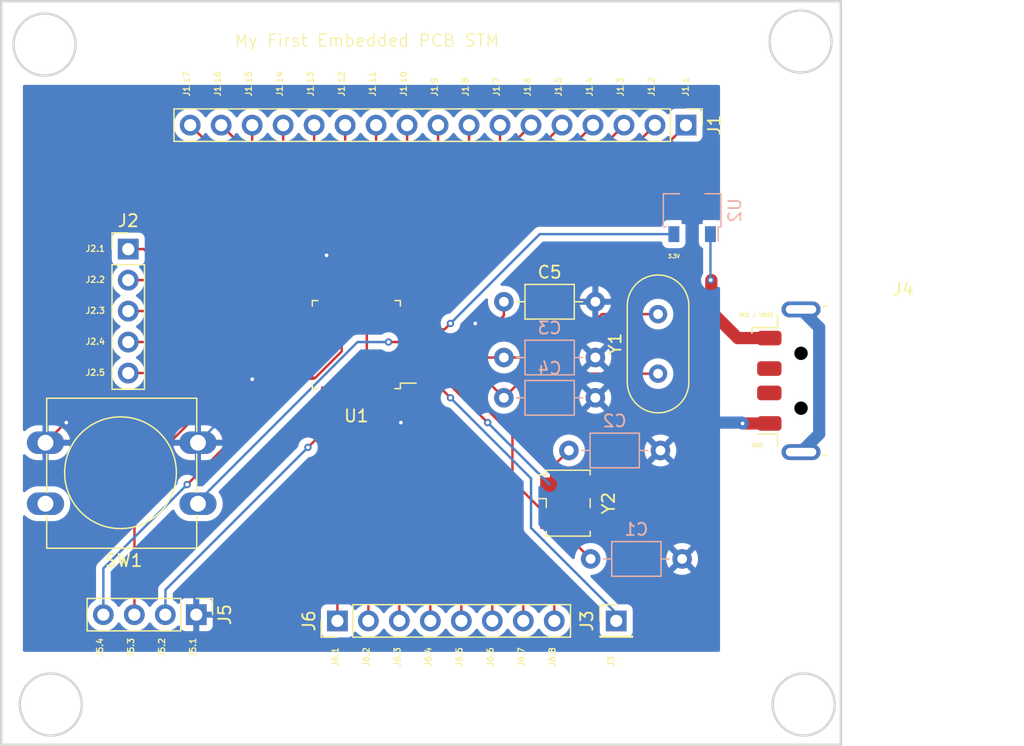
<source format=kicad_pcb>
(kicad_pcb (version 20221018) (generator pcbnew)
  (layers (0 "F.Cu" signal) (31 "B.Cu" signal) (34 "B.Paste" user) (35 "F.Paste" user) (36 "B.SilkS" user "B.Silkscreen") (37 "F.SilkS" user "F.Silkscreen") (38 "B.Mask" user) (39 "F.Mask" user) (44 "Edge.Cuts" user))
  (net 0 "")
  (net 1 "+3V3")
  (net 2 "Net-(J3-Pin_1)")
  (net 3 "Net-(U1-PC14-OSC32_IN)")
  (net 4 "Net-(U1-PC15-OSC32_OUT)")
  (net 5 "Net-(U1-PD0-OSC_IN)")
  (net 6 "Net-(U1-PD1-OSC_OUT)")
  (net 7 "Net-(U1-NRST)")
  (net 8 "GND")
  (net 9 "Net-(J1-Pin_1)")
  (net 10 "Net-(J1-Pin_2)")
  (net 11 "Net-(J1-Pin_3)")
  (net 12 "Net-(J1-Pin_4)")
  (net 13 "Net-(J1-Pin_5)")
  (net 14 "Net-(J1-Pin_6)")
  (net 15 "Net-(J1-Pin_7)")
  (net 16 "Net-(J1-Pin_8)")
  (net 17 "Net-(J2-Pin_5)")
  (net 18 "Net-(J2-Pin_4)")
  (net 19 "Net-(J2-Pin_3)")
  (net 20 "Net-(J2-Pin_2)")
  (net 21 "Net-(J2-Pin_1)")
  (net 22 "Net-(J1-Pin_9)")
  (net 23 "Net-(J1-Pin_10)")
  (net 24 "Net-(J1-Pin_11)")
  (net 25 "Net-(J1-Pin_12)")
  (net 27 "Net-(J4-VBUS)")
  (net 28 "Net-(J6-Pin_1)")
  (net 29 "Net-(J5-Pin_2)")
  (net 30 "Net-(J5-Pin_3)")
  (net 31 "Net-(J6-Pin_2)")
  (net 34 "unconnected-(J4-Shield-Pad5)")
  (net 35 "Net-(J1-Pin_13)")
  (net 36 "Net-(J1-Pin_14)")
  (net 37 "Net-(J1-Pin_15)")
  (net 38 "Net-(J1-Pin_16)")
  (net 39 "Net-(J1-Pin_17)")
  (net 40 "Net-(J6-Pin_3)")
  (net 41 "Net-(J6-Pin_4)")
  (net 42 "Net-(J6-Pin_5)")
  (net 43 "Net-(J6-Pin_6)")
  (net 44 "Net-(J6-Pin_7)")
  (net 45 "Net-(J6-Pin_8)")
  (footprint "Connector_PinHeader_2.54mm:PinHeader_1x01_P2.54mm_Vertical" (layer "F.Cu") (at 167.005 96.52)
    (fp_text reference "J3" (at -2.413 0 -90) (layer "F.SilkS"))
    (fp_text value "Conn_01x01")
    (pad "1" thru_hole rect (at 0 0) (size 1.7 1.7) (drill 1) (layers "*.Cu" "*.Mask") (net 2 "Net-(J3-Pin_1)"))
  )
  (footprint "Connector_PinHeader_2.54mm:PinHeader_1x05_P2.54mm_Vertical" (layer "F.Cu") (at 127 66.045)
    (fp_text reference "J2" (at 0 -2.33) (layer "F.SilkS"))
    (fp_text value "Conn_01x05")
    (pad "1" thru_hole rect (at 0 0) (size 1.7 1.7) (drill 1) (layers "*.Cu" "*.Mask") (net 21 "Net-(J2-Pin_1)"))
    (pad "2" thru_hole oval (at 0 2.54) (size 1.7 1.7) (drill 1) (layers "*.Cu" "*.Mask") (net 20 "Net-(J2-Pin_2)"))
    (pad "3" thru_hole oval (at 0 5.08) (size 1.7 1.7) (drill 1) (layers "*.Cu" "*.Mask") (net 19 "Net-(J2-Pin_3)"))
    (pad "4" thru_hole oval (at 0 7.62) (size 1.7 1.7) (drill 1) (layers "*.Cu" "*.Mask") (net 18 "Net-(J2-Pin_4)"))
    (pad "5" thru_hole oval (at 0 10.16) (size 1.7 1.7) (drill 1) (layers "*.Cu" "*.Mask") (net 17 "Net-(J2-Pin_5)"))
  )
  (footprint "Connector_USB:USB_A_Molex_48037-2200_Horizontal" (layer "F.Cu") (at 190.53 76.835)
    (fp_text reference "J4" (at 0 -7.5) (layer "F.SilkS"))
    (fp_text value "USB_A")
    (pad "" np_thru_hole circle (at -8.375 -2.25) (size 1.1 1.1) (drill 1.1) (layers "*.Mask"))
    (pad "" np_thru_hole circle (at -8.375 2.25) (size 1.1 1.1) (drill 1.1) (layers "*.Mask"))
    (pad "1" smd roundrect (at -10.975 -3.5) (size 2 1.2) (layers "F.Cu" "F.Paste" "F.Mask") (net 27 "Net-(J4-VBUS)"))
    (pad "2" smd roundrect (at -10.975 -1) (size 2 1.2) (layers "F.Cu" "F.Paste" "F.Mask"))
    (pad "3" smd roundrect (at -10.975 1) (size 2 1.2) (layers "F.Cu" "F.Paste" "F.Mask"))
    (pad "4" smd roundrect (at -10.975 3.5) (size 2 1.2) (layers "F.Cu" "F.Paste" "F.Mask") (net 8 "GND"))
    (pad "5" thru_hole oval (at -8.375 -5.85) (size 3.2 1.3) (drill oval 2.5 0.7) (layers "*.Cu" "*.Mask") (net 34 "unconnected-(J4-Shield-Pad5)"))
    (pad "5" thru_hole oval (at -8.375 5.85) (size 3.2 1.3) (drill oval 2.5 0.7) (layers "*.Cu" "*.Mask") (net 34 "unconnected-(J4-Shield-Pad5)"))
  )
  (footprint "Crystal:Crystal_HC49-U_Vertical" (layer "F.Cu") (at 170.434 76.254 90)
    (fp_text reference "Y1" (at 2.44 -3.525 90) (layer "F.SilkS"))
    (fp_text value "8MHz")
    (pad "1" thru_hole circle (at 0 0 90) (size 1.5 1.5) (drill 0.8) (layers "*.Cu" "*.Mask") (net 5 "Net-(U1-PD0-OSC_IN)"))
    (pad "2" thru_hole circle (at 4.88 0 90) (size 1.5 1.5) (drill 0.8) (layers "*.Cu" "*.Mask") (net 6 "Net-(U1-PD1-OSC_OUT)"))
  )
  (footprint "Button_Switch_THT:SW_PUSH-12mm" (layer "F.Cu") (at 132.715 86.915 180)
    (fp_text reference "SW1" (at 6.08 -4.66) (layer "F.SilkS"))
    (fp_text value "SW_Push")
    (pad "1" thru_hole oval (at 0 0 180) (size 3.048 1.85) (drill 1.3) (layers "*.Cu" "*.Mask") (net 7 "Net-(U1-NRST)"))
    (pad "1" thru_hole oval (at 12.5 0 180) (size 3.048 1.85) (drill 1.3) (layers "*.Cu" "*.Mask") (net 7 "Net-(U1-NRST)"))
    (pad "2" thru_hole oval (at 0 5 180) (size 3.048 1.85) (drill 1.3) (layers "*.Cu" "*.Mask") (net 8 "GND"))
    (pad "2" thru_hole oval (at 12.5 5 180) (size 3.048 1.85) (drill 1.3) (layers "*.Cu" "*.Mask") (net 8 "GND"))
  )
  (footprint "Oscillator:Oscillator_SMD_TXC_7C-4Pin_5.0x3.2mm_HandSoldering" (layer "F.Cu") (at 163.068 86.868 -90)
    (fp_text reference "Y2" (at 0 -3.3 90) (layer "F.SilkS"))
    (fp_text value "32.768kHz")
    (pad "1" smd rect (at -1.34 1.4 270) (size 1.54 1.8) (layers "F.Cu" "F.Paste" "F.Mask") (net 3 "Net-(U1-PC14-OSC32_IN)"))
    (pad "2" smd rect (at 1.34 1.4 270) (size 1.54 1.8) (layers "F.Cu" "F.Paste" "F.Mask") (net 4 "Net-(U1-PC15-OSC32_OUT)"))
    (pad "3" smd rect (at 1.34 -1.4 270) (size 1.54 1.8) (layers "F.Cu" "F.Paste" "F.Mask"))
    (pad "4" smd rect (at -1.34 -1.4 270) (size 1.54 1.8) (layers "F.Cu" "F.Paste" "F.Mask"))
  )
  (footprint "Capacitor_THT:C_Axial_L3.8mm_D2.6mm_P7.50mm_Horizontal" (layer "F.Cu") (at 157.794 70.358)
    (fp_text reference "C5" (at 3.75 -2.42) (layer "F.SilkS"))
    (fp_text value "C")
    (pad "1" thru_hole circle (at 0 0) (size 1.6 1.6) (drill 0.8) (layers "*.Cu" "*.Mask") (net 7 "Net-(U1-NRST)"))
    (pad "2" thru_hole oval (at 7.5 0) (size 1.6 1.6) (drill 0.8) (layers "*.Cu" "*.Mask") (net 8 "GND"))
  )
  (footprint "Package_QFP:LQFP-48_7x7mm_P0.5mm" (layer "F.Cu") (at 145.6975 73.87 180)
    (fp_text reference "U1" (at 0 -5.85) (layer "F.SilkS"))
    (fp_text value "STM32F103C8Tx")
    (pad "1" smd roundrect (at -4.1625 -2.75 180) (size 1.475 0.3) (layers "F.Cu" "F.Paste" "F.Mask") (net 1 "+3V3"))
    (pad "2" smd roundrect (at -4.1625 -2.25 180) (size 1.475 0.3) (layers "F.Cu" "F.Paste" "F.Mask") (net 2 "Net-(J3-Pin_1)"))
    (pad "3" smd roundrect (at -4.1625 -1.75 180) (size 1.475 0.3) (layers "F.Cu" "F.Paste" "F.Mask") (net 3 "Net-(U1-PC14-OSC32_IN)"))
    (pad "4" smd roundrect (at -4.1625 -1.25 180) (size 1.475 0.3) (layers "F.Cu" "F.Paste" "F.Mask") (net 4 "Net-(U1-PC15-OSC32_OUT)"))
    (pad "5" smd roundrect (at -4.1625 -0.75 180) (size 1.475 0.3) (layers "F.Cu" "F.Paste" "F.Mask") (net 5 "Net-(U1-PD0-OSC_IN)"))
    (pad "6" smd roundrect (at -4.1625 -0.25 180) (size 1.475 0.3) (layers "F.Cu" "F.Paste" "F.Mask") (net 6 "Net-(U1-PD1-OSC_OUT)"))
    (pad "7" smd roundrect (at -4.1625 0.25 180) (size 1.475 0.3) (layers "F.Cu" "F.Paste" "F.Mask") (net 7 "Net-(U1-NRST)"))
    (pad "8" smd roundrect (at -4.1625 0.75 180) (size 1.475 0.3) (layers "F.Cu" "F.Paste" "F.Mask") (net 8 "GND"))
    (pad "9" smd roundrect (at -4.1625 1.25 180) (size 1.475 0.3) (layers "F.Cu" "F.Paste" "F.Mask") (net 1 "+3V3"))
    (pad "10" smd roundrect (at -4.1625 1.75 180) (size 1.475 0.3) (layers "F.Cu" "F.Paste" "F.Mask") (net 9 "Net-(J1-Pin_1)"))
    (pad "11" smd roundrect (at -4.1625 2.25 180) (size 1.475 0.3) (layers "F.Cu" "F.Paste" "F.Mask") (net 10 "Net-(J1-Pin_2)"))
    (pad "12" smd roundrect (at -4.1625 2.75 180) (size 1.475 0.3) (layers "F.Cu" "F.Paste" "F.Mask") (net 11 "Net-(J1-Pin_3)"))
    (pad "13" smd roundrect (at -2.75 4.1625 180) (size 0.3 1.475) (layers "F.Cu" "F.Paste" "F.Mask") (net 12 "Net-(J1-Pin_4)"))
    (pad "14" smd roundrect (at -2.25 4.1625 180) (size 0.3 1.475) (layers "F.Cu" "F.Paste" "F.Mask") (net 13 "Net-(J1-Pin_5)"))
    (pad "15" smd roundrect (at -1.75 4.1625 180) (size 0.3 1.475) (layers "F.Cu" "F.Paste" "F.Mask") (net 14 "Net-(J1-Pin_6)"))
    (pad "16" smd roundrect (at -1.25 4.1625 180) (size 0.3 1.475) (layers "F.Cu" "F.Paste" "F.Mask") (net 15 "Net-(J1-Pin_7)"))
    (pad "17" smd roundrect (at -0.75 4.1625 180) (size 0.3 1.475) (layers "F.Cu" "F.Paste" "F.Mask") (net 16 "Net-(J1-Pin_8)"))
    (pad "18" smd roundrect (at -0.25 4.1625 180) (size 0.3 1.475) (layers "F.Cu" "F.Paste" "F.Mask") (net 22 "Net-(J1-Pin_9)"))
    (pad "19" smd roundrect (at 0.25 4.1625 180) (size 0.3 1.475) (layers "F.Cu" "F.Paste" "F.Mask") (net 23 "Net-(J1-Pin_10)"))
    (pad "20" smd roundrect (at 0.75 4.1625 180) (size 0.3 1.475) (layers "F.Cu" "F.Paste" "F.Mask") (net 24 "Net-(J1-Pin_11)"))
    (pad "21" smd roundrect (at 1.25 4.1625 180) (size 0.3 1.475) (layers "F.Cu" "F.Paste" "F.Mask") (net 25 "Net-(J1-Pin_12)"))
    (pad "22" smd roundrect (at 1.75 4.1625 180) (size 0.3 1.475) (layers "F.Cu" "F.Paste" "F.Mask") (net 35 "Net-(J1-Pin_13)"))
    (pad "23" smd roundrect (at 2.25 4.1625 180) (size 0.3 1.475) (layers "F.Cu" "F.Paste" "F.Mask") (net 8 "GND"))
    (pad "24" smd roundrect (at 2.75 4.1625 180) (size 0.3 1.475) (layers "F.Cu" "F.Paste" "F.Mask") (net 1 "+3V3"))
    (pad "25" smd roundrect (at 4.1625 2.75 180) (size 1.475 0.3) (layers "F.Cu" "F.Paste" "F.Mask") (net 36 "Net-(J1-Pin_14)"))
    (pad "26" smd roundrect (at 4.1625 2.25 180) (size 1.475 0.3) (layers "F.Cu" "F.Paste" "F.Mask") (net 37 "Net-(J1-Pin_15)"))
    (pad "27" smd roundrect (at 4.1625 1.75 180) (size 1.475 0.3) (layers "F.Cu" "F.Paste" "F.Mask") (net 38 "Net-(J1-Pin_16)"))
    (pad "28" smd roundrect (at 4.1625 1.25 180) (size 1.475 0.3) (layers "F.Cu" "F.Paste" "F.Mask") (net 39 "Net-(J1-Pin_17)"))
    (pad "29" smd roundrect (at 4.1625 0.75 180) (size 1.475 0.3) (layers "F.Cu" "F.Paste" "F.Mask") (net 21 "Net-(J2-Pin_1)"))
    (pad "30" smd roundrect (at 4.1625 0.25 180) (size 1.475 0.3) (layers "F.Cu" "F.Paste" "F.Mask") (net 20 "Net-(J2-Pin_2)"))
    (pad "31" smd roundrect (at 4.1625 -0.25 180) (size 1.475 0.3) (layers "F.Cu" "F.Paste" "F.Mask") (net 19 "Net-(J2-Pin_3)"))
    (pad "32" smd roundrect (at 4.1625 -0.75 180) (size 1.475 0.3) (layers "F.Cu" "F.Paste" "F.Mask") (net 18 "Net-(J2-Pin_4)"))
    (pad "33" smd roundrect (at 4.1625 -1.25 180) (size 1.475 0.3) (layers "F.Cu" "F.Paste" "F.Mask") (net 17 "Net-(J2-Pin_5)"))
    (pad "34" smd roundrect (at 4.1625 -1.75 180) (size 1.475 0.3) (layers "F.Cu" "F.Paste" "F.Mask") (net 29 "Net-(J5-Pin_2)"))
    (pad "35" smd roundrect (at 4.1625 -2.25 180) (size 1.475 0.3) (layers "F.Cu" "F.Paste" "F.Mask") (net 8 "GND"))
    (pad "36" smd roundrect (at 4.1625 -2.75 180) (size 1.475 0.3) (layers "F.Cu" "F.Paste" "F.Mask") (net 1 "+3V3"))
    (pad "37" smd roundrect (at 2.75 -4.1625 180) (size 0.3 1.475) (layers "F.Cu" "F.Paste" "F.Mask") (net 30 "Net-(J5-Pin_3)"))
    (pad "38" smd roundrect (at 2.25 -4.1625 180) (size 0.3 1.475) (layers "F.Cu" "F.Paste" "F.Mask") (net 28 "Net-(J6-Pin_1)"))
    (pad "39" smd roundrect (at 1.75 -4.1625 180) (size 0.3 1.475) (layers "F.Cu" "F.Paste" "F.Mask") (net 31 "Net-(J6-Pin_2)"))
    (pad "40" smd roundrect (at 1.25 -4.1625 180) (size 0.3 1.475) (layers "F.Cu" "F.Paste" "F.Mask") (net 40 "Net-(J6-Pin_3)"))
    (pad "41" smd roundrect (at 0.75 -4.1625 180) (size 0.3 1.475) (layers "F.Cu" "F.Paste" "F.Mask") (net 41 "Net-(J6-Pin_4)"))
    (pad "42" smd roundrect (at 0.25 -4.1625 180) (size 0.3 1.475) (layers "F.Cu" "F.Paste" "F.Mask") (net 42 "Net-(J6-Pin_5)"))
    (pad "43" smd roundrect (at -0.25 -4.1625 180) (size 0.3 1.475) (layers "F.Cu" "F.Paste" "F.Mask") (net 43 "Net-(J6-Pin_6)"))
    (pad "44" smd roundrect (at -0.75 -4.1625 180) (size 0.3 1.475) (layers "F.Cu" "F.Paste" "F.Mask"))
    (pad "45" smd roundrect (at -1.25 -4.1625 180) (size 0.3 1.475) (layers "F.Cu" "F.Paste" "F.Mask") (net 44 "Net-(J6-Pin_7)"))
    (pad "46" smd roundrect (at -1.75 -4.1625 180) (size 0.3 1.475) (layers "F.Cu" "F.Paste" "F.Mask") (net 45 "Net-(J6-Pin_8)"))
    (pad "47" smd roundrect (at -2.25 -4.1625 180) (size 0.3 1.475) (layers "F.Cu" "F.Paste" "F.Mask") (net 8 "GND"))
    (pad "48" smd roundrect (at -2.75 -4.1625 180) (size 0.3 1.475) (layers "F.Cu" "F.Paste" "F.Mask") (net 1 "+3V3"))
  )
  (footprint "Connector_PinHeader_2.54mm:PinHeader_1x08_P2.54mm_Vertical" (layer "F.Cu") (at 144.145 96.52 90)
    (fp_text reference "J6" (at 0 -2.33 90) (layer "F.SilkS"))
    (fp_text value "Conn_01x08")
    (pad "1" thru_hole rect (at 0 0 90) (size 1.7 1.7) (drill 1) (layers "*.Cu" "*.Mask") (net 28 "Net-(J6-Pin_1)"))
    (pad "2" thru_hole oval (at 0 2.54 90) (size 1.7 1.7) (drill 1) (layers "*.Cu" "*.Mask") (net 31 "Net-(J6-Pin_2)"))
    (pad "3" thru_hole oval (at 0 5.08 90) (size 1.7 1.7) (drill 1) (layers "*.Cu" "*.Mask") (net 40 "Net-(J6-Pin_3)"))
    (pad "4" thru_hole oval (at 0 7.62 90) (size 1.7 1.7) (drill 1) (layers "*.Cu" "*.Mask") (net 41 "Net-(J6-Pin_4)"))
    (pad "5" thru_hole oval (at 0 10.16 90) (size 1.7 1.7) (drill 1) (layers "*.Cu" "*.Mask") (net 42 "Net-(J6-Pin_5)"))
    (pad "6" thru_hole oval (at 0 12.7 90) (size 1.7 1.7) (drill 1) (layers "*.Cu" "*.Mask") (net 43 "Net-(J6-Pin_6)"))
    (pad "7" thru_hole oval (at 0 15.24 90) (size 1.7 1.7) (drill 1) (layers "*.Cu" "*.Mask") (net 44 "Net-(J6-Pin_7)"))
    (pad "8" thru_hole oval (at 0 17.78 90) (size 1.7 1.7) (drill 1) (layers "*.Cu" "*.Mask") (net 45 "Net-(J6-Pin_8)"))
  )
  (footprint "Connector_PinHeader_2.54mm:PinHeader_1x04_P2.54mm_Vertical" (layer "F.Cu") (at 132.578 96.012 -90)
    (fp_text reference "J5" (at 0 -2.33 90) (layer "F.SilkS"))
    (fp_text value "Conn_01x04")
    (pad "1" thru_hole rect (at 0 0 270) (size 1.7 1.7) (drill 1) (layers "*.Cu" "*.Mask") (net 8 "GND"))
    (pad "2" thru_hole oval (at 0 2.54 270) (size 1.7 1.7) (drill 1) (layers "*.Cu" "*.Mask") (net 29 "Net-(J5-Pin_2)"))
    (pad "3" thru_hole oval (at 0 5.08 270) (size 1.7 1.7) (drill 1) (layers "*.Cu" "*.Mask") (net 30 "Net-(J5-Pin_3)"))
    (pad "4" thru_hole oval (at 0 7.62 270) (size 1.7 1.7) (drill 1) (layers "*.Cu" "*.Mask") (net 1 "+3V3"))
  )
  (footprint "Connector_PinHeader_2.54mm:PinHeader_1x17_P2.54mm_Vertical" (layer "F.Cu") (at 172.72 55.88 -90)
    (fp_text reference "J1" (at 0 -2.33 90) (layer "F.SilkS"))
    (fp_text value "Conn_01x17")
    (pad "1" thru_hole rect (at 0 0 270) (size 1.7 1.7) (drill 1) (layers "*.Cu" "*.Mask") (net 9 "Net-(J1-Pin_1)"))
    (pad "2" thru_hole oval (at 0 2.54 270) (size 1.7 1.7) (drill 1) (layers "*.Cu" "*.Mask") (net 10 "Net-(J1-Pin_2)"))
    (pad "3" thru_hole oval (at 0 5.08 270) (size 1.7 1.7) (drill 1) (layers "*.Cu" "*.Mask") (net 11 "Net-(J1-Pin_3)"))
    (pad "4" thru_hole oval (at 0 7.62 270) (size 1.7 1.7) (drill 1) (layers "*.Cu" "*.Mask") (net 12 "Net-(J1-Pin_4)"))
    (pad "5" thru_hole oval (at 0 10.16 270) (size 1.7 1.7) (drill 1) (layers "*.Cu" "*.Mask") (net 13 "Net-(J1-Pin_5)"))
    (pad "6" thru_hole oval (at 0 12.7 270) (size 1.7 1.7) (drill 1) (layers "*.Cu" "*.Mask") (net 14 "Net-(J1-Pin_6)"))
    (pad "7" thru_hole oval (at 0 15.24 270) (size 1.7 1.7) (drill 1) (layers "*.Cu" "*.Mask") (net 15 "Net-(J1-Pin_7)"))
    (pad "8" thru_hole oval (at 0 17.78 270) (size 1.7 1.7) (drill 1) (layers "*.Cu" "*.Mask") (net 16 "Net-(J1-Pin_8)"))
    (pad "9" thru_hole oval (at 0 20.32 270) (size 1.7 1.7) (drill 1) (layers "*.Cu" "*.Mask") (net 22 "Net-(J1-Pin_9)"))
    (pad "10" thru_hole oval (at 0 22.86 270) (size 1.7 1.7) (drill 1) (layers "*.Cu" "*.Mask") (net 23 "Net-(J1-Pin_10)"))
    (pad "11" thru_hole oval (at 0 25.4 270) (size 1.7 1.7) (drill 1) (layers "*.Cu" "*.Mask") (net 24 "Net-(J1-Pin_11)"))
    (pad "12" thru_hole oval (at 0 27.94 270) (size 1.7 1.7) (drill 1) (layers "*.Cu" "*.Mask") (net 25 "Net-(J1-Pin_12)"))
    (pad "13" thru_hole oval (at 0 30.48 270) (size 1.7 1.7) (drill 1) (layers "*.Cu" "*.Mask") (net 35 "Net-(J1-Pin_13)"))
    (pad "14" thru_hole oval (at 0 33.02 270) (size 1.7 1.7) (drill 1) (layers "*.Cu" "*.Mask") (net 36 "Net-(J1-Pin_14)"))
    (pad "15" thru_hole oval (at 0 35.56 270) (size 1.7 1.7) (drill 1) (layers "*.Cu" "*.Mask") (net 37 "Net-(J1-Pin_15)"))
    (pad "16" thru_hole oval (at 0 38.1 270) (size 1.7 1.7) (drill 1) (layers "*.Cu" "*.Mask") (net 38 "Net-(J1-Pin_16)"))
    (pad "17" thru_hole oval (at 0 40.64 270) (size 1.7 1.7) (drill 1) (layers "*.Cu" "*.Mask") (net 39 "Net-(J1-Pin_17)"))
  )
  (footprint "Capacitor_THT:C_Axial_L3.8mm_D2.6mm_P7.50mm_Horizontal" (layer "B.Cu") (at 165.294 74.93 180)
    (fp_text reference "C3" (at 3.75 2.42) (layer "B.SilkS") (effects (justify mirror)))
    (fp_text value "C")
    (pad "1" thru_hole circle (at 0 0 180) (size 1.6 1.6) (drill 0.8) (layers "*.Cu" "*.Mask") (net 8 "GND"))
    (pad "2" thru_hole oval (at 7.5 0 180) (size 1.6 1.6) (drill 0.8) (layers "*.Cu" "*.Mask") (net 6 "Net-(U1-PD1-OSC_OUT)"))
  )
  (footprint "Capacitor_THT:C_Axial_L3.8mm_D2.6mm_P7.50mm_Horizontal" (layer "B.Cu") (at 170.628 82.55 180)
    (fp_text reference "C2" (at 3.75 2.42) (layer "B.SilkS") (effects (justify mirror)))
    (fp_text value "C")
    (pad "1" thru_hole circle (at 0 0 180) (size 1.6 1.6) (drill 0.8) (layers "*.Cu" "*.Mask") (net 8 "GND"))
    (pad "2" thru_hole oval (at 7.5 0 180) (size 1.6 1.6) (drill 0.8) (layers "*.Cu" "*.Mask") (net 3 "Net-(U1-PC14-OSC32_IN)"))
  )
  (footprint "Capacitor_THT:C_Axial_L3.8mm_D2.6mm_P7.50mm_Horizontal" (layer "B.Cu") (at 165.294 78.232 180)
    (fp_text reference "C4" (at 3.75 2.42) (layer "B.SilkS") (effects (justify mirror)))
    (fp_text value "C")
    (pad "1" thru_hole circle (at 0 0 180) (size 1.6 1.6) (drill 0.8) (layers "*.Cu" "*.Mask") (net 8 "GND"))
    (pad "2" thru_hole oval (at 7.5 0 180) (size 1.6 1.6) (drill 0.8) (layers "*.Cu" "*.Mask") (net 5 "Net-(U1-PD0-OSC_IN)"))
  )
  (footprint "Capacitor_THT:C_Axial_L3.8mm_D2.6mm_P7.50mm_Horizontal" (layer "B.Cu") (at 172.406 91.44 180)
    (fp_text reference "C1" (at 3.75 2.42) (layer "B.SilkS") (effects (justify mirror)))
    (fp_text value "C")
    (pad "1" thru_hole circle (at 0 0 180) (size 1.6 1.6) (drill 0.8) (layers "*.Cu" "*.Mask") (net 8 "GND"))
    (pad "2" thru_hole oval (at 7.5 0 180) (size 1.6 1.6) (drill 0.8) (layers "*.Cu" "*.Mask") (net 4 "Net-(U1-PC15-OSC32_OUT)"))
  )
  (footprint "Package_TO_SOT_SMD:SOT-89-3" (layer "B.Cu") (at 173.228 62.865 90)
    (fp_text reference "U2" (at 0 3.5 90) (layer "B.SilkS") (effects (justify mirror)))
    (fp_text value "AP2204R-3.3")
    (pad "1" smd rect (at -1.95 1.5 90) (size 1.3 0.9) (layers "B.Cu" "B.Paste" "B.Mask") (net 27 "Net-(J4-VBUS)"))
    (pad "2" smd custom (at -1.8625 0 90) (size 1.475 0.9) (layers "B.Cu" "B.Paste" "B.Mask") (net 8 "GND") (options (clearance outline) (anchor rect)) (primitives (gr_poly (pts (xy 3.8625 -0.8665) (xy 0.7375 -0.8665) (xy 0.7375 0.8665) (xy 3.8625 0.8665)) (width 0) (fill yes))))
    (pad "3" smd rect (at -1.95 -1.5 90) (size 1.3 0.9) (layers "B.Cu" "B.Paste" "B.Mask") (net 1 "+3V3"))
  )
  (gr_circle (center 120.65 103.378) (end 123.19 103.378) (stroke (width 0.2)) (fill none) (layer "Edge.Cuts"))
  (gr_circle (center 182.372 103.378) (end 184.912 103.378) (stroke (width 0.2)) (fill none) (layer "Edge.Cuts"))
  (gr_circle (center 120.142 49.276) (end 122.682 49.276) (stroke (width 0.2)) (fill none) (layer "Edge.Cuts"))
  (gr_rect (start 116.586 45.72) (end 185.42 106.68) (stroke (width 0.2)) (fill none) (layer "Edge.Cuts"))
  (gr_circle (center 182.118 49.022) (end 184.658 49.022) (stroke (width 0.2)) (fill none) (layer "Edge.Cuts"))
  (gr_text "J2.1" (at 123.444 66.294) (layer "F.SilkS") (effects (font (size 0.5 0.5) (thickness 0.1)) (justify left bottom)))
  (gr_text "J2.4" (at 123.444 73.914) (layer "F.SilkS") (effects (font (size 0.5 0.5) (thickness 0.1)) (justify left bottom)))
  (gr_text "J6.2" (at 146.812 100.33 90) (layer "F.SilkS") (effects (font (size 0.5 0.5) (thickness 0.1)) (justify left bottom)))
  (gr_text "J1.7" (at 157.48 53.594 90) (layer "F.SilkS") (effects (font (size 0.5 0.5) (thickness 0.1)) (justify left bottom)))
  (gr_text "My First Embedded PCB STM\n" (at 135.636 49.53) (layer "F.SilkS") (effects (font (size 1 1) (thickness 0.1)) (justify left bottom)))
  (gr_text "J5.2" (at 130.048 99.568 90) (layer "F.SilkS") (effects (font (size 0.5 0.5) (thickness 0.1)) (justify left bottom)))
  (gr_text "J1.13" (at 142.24 53.594 90) (layer "F.SilkS") (effects (font (size 0.5 0.5) (thickness 0.1)) (justify left bottom)))
  (gr_text "J3" (at 166.878 100.33 90) (layer "F.SilkS") (effects (font (size 0.5 0.5) (thickness 0.1)) (justify left bottom)))
  (gr_text "J1.14" (at 139.7 53.594 90) (layer "F.SilkS") (effects (font (size 0.5 0.5) (thickness 0.1)) (justify left bottom)))
  (gr_text "J5.3" (at 127.508 99.568 90) (layer "F.SilkS") (effects (font (size 0.5 0.5) (thickness 0.1)) (justify left bottom)))
  (gr_text "J1.3" (at 167.64 53.594 90) (layer "F.SilkS") (effects (font (size 0.5 0.5) (thickness 0.1)) (justify left bottom)))
  (gr_text "J1.12" (at 144.78 53.594 90) (layer "F.SilkS") (effects (font (size 0.5 0.5) (thickness 0.1)) (justify left bottom)))
  (gr_text "J1.6" (at 160.02 53.594 90) (layer "F.SilkS") (effects (font (size 0.5 0.5) (thickness 0.1)) (justify left bottom)))
  (gr_text "J1.17" (at 132.08 53.594 90) (layer "F.SilkS") (effects (font (size 0.5 0.5) (thickness 0.1)) (justify left bottom)))
  (gr_text "J6.6" (at 156.972 100.33 90) (layer "F.SilkS") (effects (font (size 0.5 0.5) (thickness 0.1)) (justify left bottom)))
  (gr_text "J1.10" (at 149.86 53.594 90) (layer "F.SilkS") (effects (font (size 0.5 0.5) (thickness 0.1)) (justify left bottom)))
  (gr_text "J6.7" (at 159.512 100.33 90) (layer "F.SilkS") (effects (font (size 0.5 0.5) (thickness 0.1)) (justify left bottom)))
  (gr_text "J2.2" (at 123.444 68.834) (layer "F.SilkS") (effects (font (size 0.5 0.5) (thickness 0.1)) (justify left bottom)))
  (gr_text "J1.9" (at 152.4 53.594 90) (layer "F.SilkS") (effects (font (size 0.5 0.5) (thickness 0.1)) (justify left bottom)))
  (gr_text "J1.15" (at 137.16 53.594 90) (layer "F.SilkS") (effects (font (size 0.5 0.5) (thickness 0.1)) (justify left bottom)))
  (gr_text "J1.4" (at 165.1 53.594 90) (layer "F.SilkS") (effects (font (size 0.5 0.5) (thickness 0.1)) (justify left bottom)))
  (gr_text "J5.4" (at 124.968 99.568 90) (layer "F.SilkS") (effects (font (size 0.5 0.5) (thickness 0.1)) (justify left bottom)))
  (gr_text "J6.5" (at 154.432 100.33 90) (layer "F.SilkS") (effects (font (size 0.5 0.5) (thickness 0.1)) (justify left bottom)))
  (gr_text "J6.1" (at 144.272 100.33 90) (layer "F.SilkS") (effects (font (size 0.5 0.5) (thickness 0.1)) (justify left bottom)))
  (gr_text "J1.16" (at 134.62 53.594 90) (layer "F.SilkS") (effects (font (size 0.5 0.5) (thickness 0.1)) (justify left bottom)))
  (gr_text "J5.1" (at 132.588 99.568 90) (layer "F.SilkS") (effects (font (size 0.5 0.5) (thickness 0.1)) (justify left bottom)))
  (gr_text "J2.5" (at 123.444 76.454) (layer "F.SilkS") (effects (font (size 0.5 0.5) (thickness 0.1)) (justify left bottom)))
  (gr_text "J6.8" (at 162.052 100.33 90) (layer "F.SilkS") (effects (font (size 0.5 0.5) (thickness 0.1)) (justify left bottom)))
  (gr_text "J1.2" (at 170.18 53.594 90) (layer "F.SilkS") (effects (font (size 0.5 0.5) (thickness 0.1)) (justify left bottom)))
  (gr_text "J6.3" (at 149.352 100.33 90) (layer "F.SilkS") (effects (font (size 0.5 0.5) (thickness 0.1)) (justify left bottom)))
  (gr_text "J1.1" (at 172.974 53.594 90) (layer "F.SilkS") (effects (font (size 0.5 0.5) (thickness 0.1)) (justify left bottom)))
  (gr_text "3.3V" (at 171.196 66.802) (layer "F.SilkS") (effects (font (size 0.3 0.3) (thickness 0.075)) (justify left bottom)))
  (gr_text "J1.8" (at 154.94 53.594 90) (layer "F.SilkS") (effects (font (size 0.5 0.5) (thickness 0.1)) (justify left bottom)))
  (gr_text "GND" (at 178.054 82.296) (layer "F.SilkS") (effects (font (size 0.3 0.3) (thickness 0.075)) (justify left bottom)))
  (gr_text "VCC / VBUS" (at 177.038 71.628) (layer "F.SilkS") (effects (font (size 0.3 0.3) (thickness 0.075)) (justify left bottom)))
  (gr_text "J2.3" (at 123.444 71.374) (layer "F.SilkS") (effects (font (size 0.5 0.5) (thickness 0.1)) (justify left bottom)))
  (gr_text "J6.4" (at 151.892 100.33 90) (layer "F.SilkS") (effects (font (size 0.5 0.5) (thickness 0.1)) (justify left bottom)))
  (gr_text "J1.11" (at 147.32 53.594 90) (layer "F.SilkS") (effects (font (size 0.5 0.5) (thickness 0.1)) (justify left bottom)))
  (gr_text "J1.5" (at 162.56 53.594 90) (layer "F.SilkS") (effects (font (size 0.5 0.5) (thickness 0.1)) (justify left bottom)))
  (segment (start 144.502 72.62) (end 142.9475 71.0655) (width 0.2) (layer "F.Cu") (net 1))
  (segment (start 149.86 72.62) (end 146.558 72.62) (width 0.2) (layer "F.Cu") (net 1))
  (segment (start 131.826 85.344) (end 131.953 85.217) (width 0.2) (layer "F.Cu") (net 1))
  (segment (start 153.416 72.136) (end 152.932 72.62) (width 0.2) (layer "F.Cu") (net 1))
  (segment (start 144.502 74.42291) (end 142.30491 76.62) (width 0.2) (layer "F.Cu") (net 1))
  (segment (start 140.55 76.62) (end 131.826 85.344) (width 0.2) (layer "F.Cu") (net 1))
  (segment (start 142.30491 76.62) (end 141.535 76.62) (width 0.2) (layer "F.Cu") (net 1))
  (segment (start 146.558 74.676) (end 148.4475 76.5655) (width 0.2) (layer "F.Cu") (net 1))
  (segment (start 141.535 76.62) (end 140.55 76.62) (width 0.2) (layer "F.Cu") (net 1))
  (segment (start 144.502 72.62) (end 144.502 74.42291) (width 0.2) (layer "F.Cu") (net 1))
  (segment (start 146.558 72.62) (end 146.558 74.676) (width 0.2) (layer "F.Cu") (net 1))
  (segment (start 148.4475 76.5655) (end 148.4475 78.0325) (width 0.2) (layer "F.Cu") (net 1))
  (segment (start 152.932 72.62) (end 149.86 72.62) (width 0.2) (layer "F.Cu") (net 1))
  (segment (start 146.558 72.62) (end 144.502 72.62) (width 0.2) (layer "F.Cu") (net 1))
  (segment (start 142.9475 71.0655) (end 142.9475 69.7075) (width 0.2) (layer "F.Cu") (net 1))
  (segment (start 148.4475 76.5655) (end 148.502 76.62) (width 0.2) (layer "F.Cu") (net 1))
  (segment (start 148.502 76.62) (end 149.86 76.62) (width 0.2) (layer "F.Cu") (net 1))
  (via (at 131.826 85.344) (size 0.6) (drill 0.3) (layers "F.Cu" "B.Cu") (net 1))
  (via (at 153.416 72.136) (size 0.6) (drill 0.3) (layers "F.Cu" "B.Cu") (net 1))
  (segment (start 124.958 92.212) (end 124.958 96.012) (width 0.2) (layer "B.Cu") (net 1))
  (segment (start 131.826 85.344) (end 124.958 92.212) (width 0.2) (layer "B.Cu") (net 1))
  (segment (start 153.416 72.136) (end 160.737 64.815) (width 0.2) (layer "B.Cu") (net 1))
  (segment (start 160.737 64.815) (end 171.855 64.815) (width 0.2) (layer "B.Cu") (net 1))
  (segment (start 149.86 76.12) (end 151.304 76.12) (width 0.2) (layer "F.Cu") (net 2))
  (segment (start 151.304 76.12) (end 152.4 77.216) (width 0.2) (layer "F.Cu") (net 2))
  (segment (start 152.4 77.216) (end 153.416 78.232) (width 0.2) (layer "F.Cu") (net 2))
  (via (at 153.416 78.232) (size 0.6) (drill 0.3) (layers "F.Cu" "B.Cu") (net 2))
  (segment (start 160.02 88.9) (end 167.005 95.885) (width 0.2) (layer "B.Cu") (net 2))
  (segment (start 160.02 84.836) (end 160.02 88.9) (width 0.2) (layer "B.Cu") (net 2))
  (segment (start 153.416 78.232) (end 160.02 84.836) (width 0.2) (layer "B.Cu") (net 2))
  (segment (start 167.005 95.885) (end 167.005 96.52) (width 0.2) (layer "B.Cu") (net 2))
  (segment (start 149.86 75.62) (end 151.82 75.62) (width 0.2) (layer "F.Cu") (net 3))
  (segment (start 161.668 85.528) (end 161.668 84.01) (width 0.2) (layer "F.Cu") (net 3))
  (segment (start 161.668 85.528) (end 161.668 85.214) (width 0.2) (layer "F.Cu") (net 3))
  (segment (start 161.668 84.01) (end 163.128 82.55) (width 0.2) (layer "F.Cu") (net 3))
  (segment (start 161.668 85.214) (end 161.544 85.09) (width 0.2) (layer "F.Cu") (net 3))
  (segment (start 151.82 75.62) (end 156.464 80.264) (width 0.2) (layer "F.Cu") (net 3))
  (via (at 156.464 80.264) (size 0.6) (drill 0.3) (layers "F.Cu" "B.Cu") (net 3))
  (segment (start 156.464 80.264) (end 161.544 85.344) (width 0.2) (layer "B.Cu") (net 3))
  (segment (start 161.668 88.208) (end 161.674 88.208) (width 0.2) (layer "F.Cu") (net 4))
  (segment (start 152.336 75.12) (end 158.496 81.28) (width 0.2) (layer "F.Cu") (net 4))
  (segment (start 158.496 85.036) (end 161.668 88.208) (width 0.2) (layer "F.Cu") (net 4))
  (segment (start 161.674 88.208) (end 164.906 91.44) (width 0.2) (layer "F.Cu") (net 4))
  (segment (start 158.496 81.28) (end 158.496 85.036) (width 0.2) (layer "F.Cu") (net 4))
  (segment (start 149.86 75.12) (end 152.336 75.12) (width 0.2) (layer "F.Cu") (net 4))
  (segment (start 159.772 76.254) (end 170.434 76.254) (width 0.2) (layer "F.Cu") (net 5))
  (segment (start 149.86 74.62) (end 154.182 74.62) (width 0.2) (layer "F.Cu") (net 5))
  (segment (start 154.182 74.62) (end 157.794 78.232) (width 0.2) (layer "F.Cu") (net 5))
  (segment (start 157.794 78.232) (end 159.772 76.254) (width 0.2) (layer "F.Cu") (net 5))
  (segment (start 157.794 74.93) (end 162.277635 74.93) (width 0.2) (layer "F.Cu") (net 6))
  (segment (start 155.45501 74.12) (end 156.26501 74.93) (width 0.2) (layer "F.Cu") (net 6))
  (segment (start 162.277635 74.93) (end 165.833635 71.374) (width 0.2) (layer "F.Cu") (net 6))
  (segment (start 149.86 74.12) (end 155.45501 74.12) (width 0.2) (layer "F.Cu") (net 6))
  (segment (start 165.833635 71.374) (end 170.434 71.374) (width 0.2) (layer "F.Cu") (net 6))
  (segment (start 156.26501 74.93) (end 157.794 74.93) (width 0.2) (layer "F.Cu") (net 6))
  (segment (start 149.82 73.66) (end 149.86 73.62) (width 0.2) (layer "F.Cu") (net 7))
  (segment (start 133.26 87.59) (end 133.31 87.59) (width 0.2) (layer "F.Cu") (net 7))
  (segment (start 148.336 73.66) (end 149.82 73.66) (width 0.2) (layer "F.Cu") (net 7))
  (segment (start 157.794 71.48937) (end 157.794 70.358) (width 0.2) (layer "F.Cu") (net 7))
  (segment (start 133.31 87.59) (end 133.35 87.63) (width 0.2) (layer "F.Cu") (net 7))
  (segment (start 149.86 73.62) (end 155.66337 73.62) (width 0.2) (layer "F.Cu") (net 7))
  (segment (start 155.66337 73.62) (end 157.794 71.48937) (width 0.2) (layer "F.Cu") (net 7))
  (via (at 148.336 73.66) (size 0.6) (drill 0.3) (layers "F.Cu" "B.Cu") (net 7))
  (segment (start 132.715 86.741) (end 145.796 73.66) (width 0.2) (layer "B.Cu") (net 7))
  (segment (start 145.796 73.66) (end 148.336 73.66) (width 0.2) (layer "B.Cu") (net 7))
  (segment (start 132.715 86.915) (end 132.715 86.741) (width 0.2) (layer "B.Cu") (net 7))
  (segment (start 143.4475 69.7075) (end 143.4475 66.7395) (width 0.2) (layer "F.Cu") (net 8))
  (segment (start 137.668 76.2) (end 137.16 76.708) (width 0.2) (layer "F.Cu") (net 8))
  (segment (start 154.464 73.12) (end 155.448 72.136) (width 0.2) (layer "F.Cu") (net 8))
  (segment (start 132.715 81.915) (end 131.445 81.915) (width 0.2) (layer "F.Cu") (net 8))
  (segment (start 179.555 80.335) (end 177.363 80.335) (width 1) (layer "F.Cu") (net 8))
  (segment (start 141.535 76.12) (end 137.748 76.12) (width 0.2) (layer "F.Cu") (net 8))
  (segment (start 147.9475 78.8595) (end 149.352 80.264) (width 0.2) (layer "F.Cu") (net 8))
  (segment (start 147.9475 78.0325) (end 147.9475 78.8595) (width 0.2) (layer "F.Cu") (net 8))
  (segment (start 137.748 76.12) (end 137.668 76.2) (width 0.2) (layer "F.Cu") (net 8))
  (segment (start 143.4475 66.7395) (end 143.256 66.548) (width 0.2) (layer "F.Cu") (net 8))
  (segment (start 120.215 81.915) (end 121.866 80.264) (width 0.2) (layer "F.Cu") (net 8))
  (segment (start 149.86 73.12) (end 154.464 73.12) (width 0.2) (layer "F.Cu") (net 8))
  (segment (start 121.866 80.264) (end 121.92 80.264) (width 0.2) (layer "F.Cu") (net 8))
  (via (at 121.92 80.264) (size 0.6) (drill 0.3) (layers "F.Cu" "B.Cu") (net 8))
  (via (at 149.352 80.264) (size 0.6) (drill 0.3) (layers "F.Cu" "B.Cu") (net 8))
  (via (at 177.363 80.335) (size 1) (drill 0.3) (layers "F.Cu" "B.Cu") (net 8))
  (via (at 143.256 66.548) (size 0.6) (drill 0.3) (layers "F.Cu" "B.Cu") (net 8))
  (via (at 137.16 76.708) (size 0.6) (drill 0.3) (layers "F.Cu" "B.Cu") (net 8))
  (via (at 155.448 72.136) (size 0.6) (drill 0.3) (layers "F.Cu" "B.Cu") (net 8))
  (segment (start 177.363 80.335) (end 177.292 80.264) (width 1) (layer "B.Cu") (net 8))
  (segment (start 177.292 80.264) (end 173.736 80.264) (width 1) (layer "B.Cu") (net 8))
  (segment (start 137.16 77.47) (end 132.715 81.915) (width 0.2) (layer "B.Cu") (net 8))
  (segment (start 137.16 76.708) (end 137.16 77.47) (width 0.2) (layer "B.Cu") (net 8))
  (segment (start 154.94 69.215) (end 154.94 67.31) (width 0.2) (layer "F.Cu") (net 9))
  (segment (start 163.83 63.5) (end 164.465 62.865) (width 0.2) (layer "F.Cu") (net 9))
  (segment (start 152.035 72.12) (end 154.94 69.215) (width 0.2) (layer "F.Cu") (net 9))
  (segment (start 149.86 72.12) (end 152.035 72.12) (width 0.2) (layer "F.Cu") (net 9))
  (segment (start 165.735 62.865) (end 172.72 55.88) (width 0.2) (layer "F.Cu") (net 9))
  (segment (start 158.75 63.5) (end 163.83 63.5) (width 0.2) (layer "F.Cu") (net 9))
  (segment (start 154.94 67.31) (end 158.75 63.5) (width 0.2) (layer "F.Cu") (net 9))
  (segment (start 164.465 62.865) (end 165.735 62.865) (width 0.2) (layer "F.Cu") (net 9))
  (segment (start 153.67 67.31) (end 158.115 62.865) (width 0.2) (layer "F.Cu") (net 10))
  (segment (start 158.115 62.865) (end 163.195 62.865) (width 0.2) (layer "F.Cu") (net 10))
  (segment (start 163.195 62.865) (end 170.18 55.88) (width 0.2) (layer "F.Cu") (net 10))
  (segment (start 149.86 71.62) (end 151.265 71.62) (width 0.2) (layer "F.Cu") (net 10))
  (segment (start 151.265 71.62) (end 153.67 69.215) (width 0.2) (layer "F.Cu") (net 10))
  (segment (start 153.67 69.215) (end 153.67 67.31) (width 0.2) (layer "F.Cu") (net 10))
  (segment (start 149.86 71.12) (end 150.495 71.12) (width 0.2) (layer "F.Cu") (net 11))
  (segment (start 150.495 71.12) (end 152.4 69.215) (width 0.2) (layer "F.Cu") (net 11))
  (segment (start 161.925 61.595) (end 167.64 55.88) (width 0.2) (layer "F.Cu") (net 11))
  (segment (start 158.115 61.595) (end 161.925 61.595) (width 0.2) (layer "F.Cu") (net 11))
  (segment (start 152.4 67.31) (end 158.115 61.595) (width 0.2) (layer "F.Cu") (net 11))
  (segment (start 152.4 69.215) (end 152.4 67.31) (width 0.2) (layer "F.Cu") (net 11))
  (segment (start 157.83 60.325) (end 160.655 60.325) (width 0.2) (layer "F.Cu") (net 12))
  (segment (start 160.655 60.325) (end 165.1 55.88) (width 0.2) (layer "F.Cu") (net 12))
  (segment (start 148.4475 69.7075) (end 157.83 60.325) (width 0.2) (layer "F.Cu") (net 12))
  (segment (start 147.9475 69.7075) (end 147.9475 68.93759) (width 0.2) (layer "F.Cu") (net 13))
  (segment (start 158.75 59.69) (end 162.56 55.88) (width 0.2) (layer "F.Cu") (net 13))
  (segment (start 147.9475 68.93759) (end 157.19509 59.69) (width 0.2) (layer "F.Cu") (net 13))
  (segment (start 157.19509 59.69) (end 158.75 59.69) (width 0.2) (layer "F.Cu") (net 13))
  (segment (start 147.4475 68.4525) (end 160.02 55.88) (width 0.2) (layer "F.Cu") (net 14))
  (segment (start 147.4475 69.7075) (end 147.4475 68.4525) (width 0.2) (layer "F.Cu") (net 14))
  (segment (start 146.9475 69.7075) (end 146.9475 67.6825) (width 0.2) (layer "F.Cu") (net 15))
  (segment (start 146.9475 67.6825) (end 157.48 57.15) (width 0.2) (layer "F.Cu") (net 15))
  (segment (start 157.48 57.15) (end 157.48 55.88) (width 0.2) (layer "F.Cu") (net 15))
  (segment (start 146.4475 65.6425) (end 154.94 57.15) (width 0.2) (layer "F.Cu") (net 16))
  (segment (start 154.94 57.15) (end 154.94 55.88) (width 0.2) (layer "F.Cu") (net 16))
  (segment (start 146.4475 69.7075) (end 146.4475 65.6425) (width 0.2) (layer "F.Cu") (net 16))
  (segment (start 141.535 75.12) (end 133.16 75.12) (width 0.2) (layer "F.Cu") (net 17))
  (segment (start 133.16 75.12) (end 132.08 76.2) (width 0.2) (layer "F.Cu") (net 17))
  (segment (start 132.08 76.2) (end 127 76.2) (width 0.2) (layer "F.Cu") (net 17))
  (segment (start 141.535 74.62) (end 133.04 74.62) (width 0.2) (layer "F.Cu") (net 18))
  (segment (start 133.04 74.62) (end 132.08 73.66) (width 0.2) (layer "F.Cu") (net 18))
  (segment (start 132.08 73.66) (end 127 73.66) (width 0.2) (layer "F.Cu") (net 18))
  (segment (start 133.81 74.12) (end 130.81 71.12) (width 0.2) (layer "F.Cu") (net 19))
  (segment (start 130.81 71.12) (end 127 71.12) (width 0.2) (layer "F.Cu") (net 19))
  (segment (start 141.535 74.12) (end 133.81 74.12) (width 0.2) (layer "F.Cu") (net 19))
  (segment (start 129.54 68.58) (end 127 68.58) (width 0.2) (layer "F.Cu") (net 20))
  (segment (start 141.535 73.62) (end 134.58 73.62) (width 0.2) (layer "F.Cu") (net 20))
  (segment (start 134.58 73.62) (end 129.54 68.58) (width 0.2) (layer "F.Cu") (net 20))
  (segment (start 141.535 73.12) (end 135.35 73.12) (width 0.2) (layer "F.Cu") (net 21))
  (segment (start 128.27 66.04) (end 127 66.04) (width 0.2) (layer "F.Cu") (net 21))
  (segment (start 135.35 73.12) (end 128.27 66.04) (width 0.2) (layer "F.Cu") (net 21))
  (segment (start 152.4 57.15) (end 152.4 55.88) (width 0.2) (layer "F.Cu") (net 22))
  (segment (start 145.9475 69.7075) (end 145.9475 63.6025) (width 0.2) (layer "F.Cu") (net 22))
  (segment (start 145.9475 63.6025) (end 152.4 57.15) (width 0.2) (layer "F.Cu") (net 22))
  (segment (start 145.4475 63.5325) (end 145.415 63.5) (width 0.2) (layer "F.Cu") (net 23))
  (segment (start 145.415 63.5) (end 149.86 59.055) (width 0.2) (layer "F.Cu") (net 23))
  (segment (start 149.86 59.055) (end 149.86 55.88) (width 0.2) (layer "F.Cu") (net 23))
  (segment (start 145.4475 69.7075) (end 145.4475 63.5325) (width 0.2) (layer "F.Cu") (net 23))
  (segment (start 144.9475 63.3325) (end 147.32 60.96) (width 0.2) (layer "F.Cu") (net 24))
  (segment (start 147.32 60.96) (end 147.32 55.88) (width 0.2) (layer "F.Cu") (net 24))
  (segment (start 144.9475 69.7075) (end 144.9475 63.3325) (width 0.2) (layer "F.Cu") (net 24))
  (segment (start 144.4475 69.7075) (end 144.4475 63.1975) (width 0.2) (layer "F.Cu") (net 25))
  (segment (start 144.78 62.865) (end 144.78 55.88) (width 0.2) (layer "F.Cu") (net 25))
  (segment (start 144.4475 63.1975) (end 144.78 62.865) (width 0.2) (layer "F.Cu") (net 25))
  (segment (start 176.967 73.335) (end 174.8 71.168) (width 1) (layer "F.Cu") (net 27))
  (segment (start 179.507 73.335) (end 179.324 73.152) (width 0.2) (layer "F.Cu") (net 27))
  (segment (start 174.8 68.58) (end 174.752 68.58) (width 0.2) (layer "F.Cu") (net 27))
  (segment (start 179.555 73.335) (end 179.507 73.335) (width 0.2) (layer "F.Cu") (net 27))
  (segment (start 174.8 71.168) (end 174.8 68.58) (width 1) (layer "F.Cu") (net 27))
  (segment (start 179.555 72.875) (end 179.555 73.335) (width 0.2) (layer "F.Cu") (net 27))
  (segment (start 179.555 73.335) (end 176.967 73.335) (width 1) (layer "F.Cu") (net 27))
  (via (at 174.752 68.58) (size 0.6) (drill 0.3) (layers "F.Cu" "B.Cu") (net 27))
  (segment (start 174.728 68.556) (end 174.752 68.58) (width 0.2) (layer "B.Cu") (net 27))
  (segment (start 174.728 64.815) (end 174.728 68.556) (width 0.2) (layer "B.Cu") (net 27))
  (segment (start 144.145 83.82) (end 144.145 96.52) (width 0.2) (layer "F.Cu") (net 28))
  (segment (start 143.4475 78.0325) (end 143.4475 83.1225) (width 0.2) (layer "F.Cu") (net 28))
  (segment (start 143.4475 83.1225) (end 144.145 83.82) (width 0.2) (layer "F.Cu") (net 28))
  (segment (start 127.508 84.790588) (end 127.508 96.012) (width 0.2) (layer "F.Cu") (net 29))
  (segment (start 141.535 75.62) (end 136.678588 75.62) (width 0.2) (layer "F.Cu") (net 29))
  (segment (start 136.678588 75.62) (end 127.508 84.790588) (width 0.2) (layer "F.Cu") (net 29))
  (segment (start 142.9475 81.0805) (end 141.732 82.296) (width 0.2) (layer "F.Cu") (net 30))
  (segment (start 142.9475 78.0325) (end 142.9475 81.0805) (width 0.2) (layer "F.Cu") (net 30))
  (segment (start 142.9475 78.0325) (end 142.875 78.105) (width 0.2) (layer "F.Cu") (net 30))
  (via (at 141.732 82.296) (size 0.6) (drill 0.3) (layers "F.Cu" "B.Cu") (net 30))
  (segment (start 130.048 93.98) (end 130.048 96.012) (width 0.2) (layer "B.Cu") (net 30))
  (segment (start 141.732 82.296) (end 130.048 93.98) (width 0.2) (layer "B.Cu") (net 30))
  (segment (start 143.9475 82.3525) (end 146.685 85.09) (width 0.2) (layer "F.Cu") (net 31))
  (segment (start 146.685 85.09) (end 146.685 96.52) (width 0.2) (layer "F.Cu") (net 31))
  (segment (start 143.9475 78.0325) (end 143.9475 82.3525) (width 0.2) (layer "F.Cu") (net 31))
  (segment (start 183.642 72.472) (end 183.642 81.198) (width 1) (layer "B.Cu") (net 34))
  (segment (start 182.155 70.985) (end 183.642 72.472) (width 1) (layer "B.Cu") (net 34))
  (segment (start 183.642 81.198) (end 182.155 82.685) (width 1) (layer "B.Cu") (net 34))
  (segment (start 143.9475 69.7075) (end 143.9475 63.3025) (width 0.2) (layer "F.Cu") (net 35))
  (segment (start 142.24 61.595) (end 142.24 55.88) (width 0.2) (layer "F.Cu") (net 35))
  (segment (start 143.9475 63.3025) (end 142.24 61.595) (width 0.2) (layer "F.Cu") (net 35))
  (segment (start 141.535 71.12) (end 140.335 71.12) (width 0.2) (layer "F.Cu") (net 36))
  (segment (start 139.7 70.485) (end 139.7 55.88) (width 0.2) (layer "F.Cu") (net 36))
  (segment (start 140.335 71.12) (end 139.7 70.485) (width 0.2) (layer "F.Cu") (net 36))
  (segment (start 140.130686 71.62) (end 137.16 68.649314) (width 0.2) (layer "F.Cu") (net 37))
  (segment (start 137.16 68.649314) (end 137.16 55.88) (width 0.2) (layer "F.Cu") (net 37))
  (segment (start 141.535 71.62) (end 140.130686 71.62) (width 0.2) (layer "F.Cu") (net 37))
  (segment (start 141.535 72.12) (end 140.065 72.12) (width 0.2) (layer "F.Cu") (net 38))
  (segment (start 136.525 57.785) (end 134.62 55.88) (width 0.2) (layer "F.Cu") (net 38))
  (segment (start 136.525 68.58) (end 136.525 57.785) (width 0.2) (layer "F.Cu") (net 38))
  (segment (start 140.065 72.12) (end 136.525 68.58) (width 0.2) (layer "F.Cu") (net 38))
  (segment (start 141.535 72.62) (end 139.93 72.62) (width 0.2) (layer "F.Cu") (net 39))
  (segment (start 135.89 68.58) (end 135.89 59.69) (width 0.2) (layer "F.Cu") (net 39))
  (segment (start 135.89 59.69) (end 132.08 55.88) (width 0.2) (layer "F.Cu") (net 39))
  (segment (start 139.93 72.62) (end 135.89 68.58) (width 0.2) (layer "F.Cu") (net 39))
  (segment (start 149.225 86.36) (end 149.225 96.52) (width 0.2) (layer "F.Cu") (net 40))
  (segment (start 144.4475 78.0325) (end 144.4475 81.5825) (width 0.2) (layer "F.Cu") (net 40))
  (segment (start 144.4475 81.5825) (end 149.225 86.36) (width 0.2) (layer "F.Cu") (net 40))
  (segment (start 144.9475 80.8125) (end 151.765 87.63) (width 0.2) (layer "F.Cu") (net 41))
  (segment (start 144.9475 78.0325) (end 144.9475 80.8125) (width 0.2) (layer "F.Cu") (net 41))
  (segment (start 151.765 87.63) (end 151.765 96.52) (width 0.2) (layer "F.Cu") (net 41))
  (segment (start 154.305 89.535) (end 154.305 96.52) (width 0.2) (layer "F.Cu") (net 42))
  (segment (start 145.4475 78.0325) (end 145.4475 80.6775) (width 0.2) (layer "F.Cu") (net 42))
  (segment (start 145.4475 80.6775) (end 154.305 89.535) (width 0.2) (layer "F.Cu") (net 42))
  (segment (start 156.845 91.44) (end 156.845 96.52) (width 0.2) (layer "F.Cu") (net 43))
  (segment (start 145.9475 80.5425) (end 156.845 91.44) (width 0.2) (layer "F.Cu") (net 43))
  (segment (start 145.9475 78.0325) (end 145.9475 80.5425) (width 0.2) (layer "F.Cu") (net 43))
  (segment (start 146.9475 78.0325) (end 146.9475 80.2725) (width 0.2) (layer "F.Cu") (net 44))
  (segment (start 159.385 92.71) (end 159.385 96.52) (width 0.2) (layer "F.Cu") (net 44))
  (segment (start 146.9475 80.2725) (end 159.385 92.71) (width 0.2) (layer "F.Cu") (net 44))
  (segment (start 161.925 93.98) (end 161.925 96.52) (width 0.2) (layer "F.Cu") (net 45))
  (segment (start 147.4475 78.0325) (end 147.4475 79.5025) (width 0.2) (layer "F.Cu") (net 45))
  (segment (start 147.4475 79.5025) (end 161.925 93.98) (width 0.2) (layer "F.Cu") (net 45))
  (zone (net 8) (net_name "GND") (layer "B.Cu") (connect_pads (clearance 0.5)) (min_thickness 0.25) (fill yes (thermal_gap 0.5) (thermal_bridge_width 0.5))
    (polygon (pts (xy 118.364 52.578) (xy 118.364 99.06) (xy 175.514 99.06) (xy 175.514 52.578)))
  )
)
</source>
